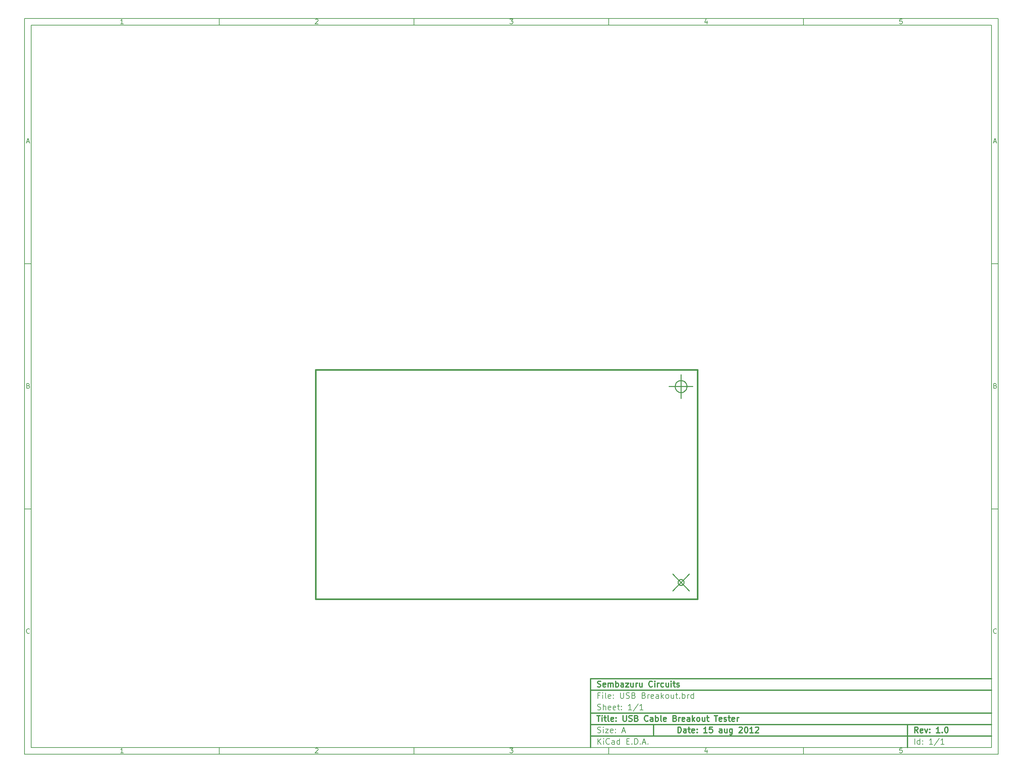
<source format=gbr>
G04 (created by PCBNEW-RS274X (2012-01-19 BZR 3256)-stable) date 15/08/2012 23:21:53*
G01*
G70*
G90*
%MOIN*%
G04 Gerber Fmt 3.4, Leading zero omitted, Abs format*
%FSLAX34Y34*%
G04 APERTURE LIST*
%ADD10C,0.006000*%
%ADD11C,0.012000*%
%ADD12C,0.010000*%
%ADD13C,0.015000*%
G04 APERTURE END LIST*
G54D10*
X-30500Y36750D02*
X71500Y36750D01*
X71500Y-40250D01*
X-30500Y-40250D01*
X-30500Y36750D01*
X-29800Y36050D02*
X70800Y36050D01*
X70800Y-39550D01*
X-29800Y-39550D01*
X-29800Y36050D01*
X-10100Y36750D02*
X-10100Y36050D01*
X-20157Y36198D02*
X-20443Y36198D01*
X-20300Y36198D02*
X-20300Y36698D01*
X-20348Y36626D01*
X-20395Y36579D01*
X-20443Y36555D01*
X-10100Y-40250D02*
X-10100Y-39550D01*
X-20157Y-40102D02*
X-20443Y-40102D01*
X-20300Y-40102D02*
X-20300Y-39602D01*
X-20348Y-39674D01*
X-20395Y-39721D01*
X-20443Y-39745D01*
X10300Y36750D02*
X10300Y36050D01*
X-00043Y36650D02*
X-00019Y36674D01*
X00029Y36698D01*
X00148Y36698D01*
X00195Y36674D01*
X00219Y36650D01*
X00243Y36602D01*
X00243Y36555D01*
X00219Y36483D01*
X-00067Y36198D01*
X00243Y36198D01*
X10300Y-40250D02*
X10300Y-39550D01*
X-00043Y-39650D02*
X-00019Y-39626D01*
X00029Y-39602D01*
X00148Y-39602D01*
X00195Y-39626D01*
X00219Y-39650D01*
X00243Y-39698D01*
X00243Y-39745D01*
X00219Y-39817D01*
X-00067Y-40102D01*
X00243Y-40102D01*
X30700Y36750D02*
X30700Y36050D01*
X20333Y36698D02*
X20643Y36698D01*
X20476Y36507D01*
X20548Y36507D01*
X20595Y36483D01*
X20619Y36460D01*
X20643Y36412D01*
X20643Y36293D01*
X20619Y36245D01*
X20595Y36221D01*
X20548Y36198D01*
X20405Y36198D01*
X20357Y36221D01*
X20333Y36245D01*
X30700Y-40250D02*
X30700Y-39550D01*
X20333Y-39602D02*
X20643Y-39602D01*
X20476Y-39793D01*
X20548Y-39793D01*
X20595Y-39817D01*
X20619Y-39840D01*
X20643Y-39888D01*
X20643Y-40007D01*
X20619Y-40055D01*
X20595Y-40079D01*
X20548Y-40102D01*
X20405Y-40102D01*
X20357Y-40079D01*
X20333Y-40055D01*
X51100Y36750D02*
X51100Y36050D01*
X40995Y36531D02*
X40995Y36198D01*
X40876Y36721D02*
X40757Y36364D01*
X41067Y36364D01*
X51100Y-40250D02*
X51100Y-39550D01*
X40995Y-39769D02*
X40995Y-40102D01*
X40876Y-39579D02*
X40757Y-39936D01*
X41067Y-39936D01*
X61419Y36698D02*
X61181Y36698D01*
X61157Y36460D01*
X61181Y36483D01*
X61229Y36507D01*
X61348Y36507D01*
X61395Y36483D01*
X61419Y36460D01*
X61443Y36412D01*
X61443Y36293D01*
X61419Y36245D01*
X61395Y36221D01*
X61348Y36198D01*
X61229Y36198D01*
X61181Y36221D01*
X61157Y36245D01*
X61419Y-39602D02*
X61181Y-39602D01*
X61157Y-39840D01*
X61181Y-39817D01*
X61229Y-39793D01*
X61348Y-39793D01*
X61395Y-39817D01*
X61419Y-39840D01*
X61443Y-39888D01*
X61443Y-40007D01*
X61419Y-40055D01*
X61395Y-40079D01*
X61348Y-40102D01*
X61229Y-40102D01*
X61181Y-40079D01*
X61157Y-40055D01*
X-30500Y11090D02*
X-29800Y11090D01*
X-30269Y23860D02*
X-30031Y23860D01*
X-30316Y23718D02*
X-30150Y24218D01*
X-29983Y23718D01*
X71500Y11090D02*
X70800Y11090D01*
X71031Y23860D02*
X71269Y23860D01*
X70984Y23718D02*
X71150Y24218D01*
X71317Y23718D01*
X-30500Y-14570D02*
X-29800Y-14570D01*
X-30114Y-01680D02*
X-30043Y-01704D01*
X-30019Y-01728D01*
X-29995Y-01776D01*
X-29995Y-01847D01*
X-30019Y-01895D01*
X-30043Y-01919D01*
X-30090Y-01942D01*
X-30281Y-01942D01*
X-30281Y-01442D01*
X-30114Y-01442D01*
X-30067Y-01466D01*
X-30043Y-01490D01*
X-30019Y-01538D01*
X-30019Y-01585D01*
X-30043Y-01633D01*
X-30067Y-01657D01*
X-30114Y-01680D01*
X-30281Y-01680D01*
X71500Y-14570D02*
X70800Y-14570D01*
X71186Y-01680D02*
X71257Y-01704D01*
X71281Y-01728D01*
X71305Y-01776D01*
X71305Y-01847D01*
X71281Y-01895D01*
X71257Y-01919D01*
X71210Y-01942D01*
X71019Y-01942D01*
X71019Y-01442D01*
X71186Y-01442D01*
X71233Y-01466D01*
X71257Y-01490D01*
X71281Y-01538D01*
X71281Y-01585D01*
X71257Y-01633D01*
X71233Y-01657D01*
X71186Y-01680D01*
X71019Y-01680D01*
X-29995Y-27555D02*
X-30019Y-27579D01*
X-30090Y-27602D01*
X-30138Y-27602D01*
X-30210Y-27579D01*
X-30257Y-27531D01*
X-30281Y-27483D01*
X-30305Y-27388D01*
X-30305Y-27317D01*
X-30281Y-27221D01*
X-30257Y-27174D01*
X-30210Y-27126D01*
X-30138Y-27102D01*
X-30090Y-27102D01*
X-30019Y-27126D01*
X-29995Y-27150D01*
X71305Y-27555D02*
X71281Y-27579D01*
X71210Y-27602D01*
X71162Y-27602D01*
X71090Y-27579D01*
X71043Y-27531D01*
X71019Y-27483D01*
X70995Y-27388D01*
X70995Y-27317D01*
X71019Y-27221D01*
X71043Y-27174D01*
X71090Y-27126D01*
X71162Y-27102D01*
X71210Y-27102D01*
X71281Y-27126D01*
X71305Y-27150D01*
G54D11*
X37943Y-37993D02*
X37943Y-37393D01*
X38086Y-37393D01*
X38171Y-37421D01*
X38229Y-37479D01*
X38257Y-37536D01*
X38286Y-37650D01*
X38286Y-37736D01*
X38257Y-37850D01*
X38229Y-37907D01*
X38171Y-37964D01*
X38086Y-37993D01*
X37943Y-37993D01*
X38800Y-37993D02*
X38800Y-37679D01*
X38771Y-37621D01*
X38714Y-37593D01*
X38600Y-37593D01*
X38543Y-37621D01*
X38800Y-37964D02*
X38743Y-37993D01*
X38600Y-37993D01*
X38543Y-37964D01*
X38514Y-37907D01*
X38514Y-37850D01*
X38543Y-37793D01*
X38600Y-37764D01*
X38743Y-37764D01*
X38800Y-37736D01*
X39000Y-37593D02*
X39229Y-37593D01*
X39086Y-37393D02*
X39086Y-37907D01*
X39114Y-37964D01*
X39172Y-37993D01*
X39229Y-37993D01*
X39657Y-37964D02*
X39600Y-37993D01*
X39486Y-37993D01*
X39429Y-37964D01*
X39400Y-37907D01*
X39400Y-37679D01*
X39429Y-37621D01*
X39486Y-37593D01*
X39600Y-37593D01*
X39657Y-37621D01*
X39686Y-37679D01*
X39686Y-37736D01*
X39400Y-37793D01*
X39943Y-37936D02*
X39971Y-37964D01*
X39943Y-37993D01*
X39914Y-37964D01*
X39943Y-37936D01*
X39943Y-37993D01*
X39943Y-37621D02*
X39971Y-37650D01*
X39943Y-37679D01*
X39914Y-37650D01*
X39943Y-37621D01*
X39943Y-37679D01*
X41000Y-37993D02*
X40657Y-37993D01*
X40829Y-37993D02*
X40829Y-37393D01*
X40772Y-37479D01*
X40714Y-37536D01*
X40657Y-37564D01*
X41543Y-37393D02*
X41257Y-37393D01*
X41228Y-37679D01*
X41257Y-37650D01*
X41314Y-37621D01*
X41457Y-37621D01*
X41514Y-37650D01*
X41543Y-37679D01*
X41571Y-37736D01*
X41571Y-37879D01*
X41543Y-37936D01*
X41514Y-37964D01*
X41457Y-37993D01*
X41314Y-37993D01*
X41257Y-37964D01*
X41228Y-37936D01*
X42542Y-37993D02*
X42542Y-37679D01*
X42513Y-37621D01*
X42456Y-37593D01*
X42342Y-37593D01*
X42285Y-37621D01*
X42542Y-37964D02*
X42485Y-37993D01*
X42342Y-37993D01*
X42285Y-37964D01*
X42256Y-37907D01*
X42256Y-37850D01*
X42285Y-37793D01*
X42342Y-37764D01*
X42485Y-37764D01*
X42542Y-37736D01*
X43085Y-37593D02*
X43085Y-37993D01*
X42828Y-37593D02*
X42828Y-37907D01*
X42856Y-37964D01*
X42914Y-37993D01*
X42999Y-37993D01*
X43056Y-37964D01*
X43085Y-37936D01*
X43628Y-37593D02*
X43628Y-38079D01*
X43599Y-38136D01*
X43571Y-38164D01*
X43514Y-38193D01*
X43428Y-38193D01*
X43371Y-38164D01*
X43628Y-37964D02*
X43571Y-37993D01*
X43457Y-37993D01*
X43399Y-37964D01*
X43371Y-37936D01*
X43342Y-37879D01*
X43342Y-37707D01*
X43371Y-37650D01*
X43399Y-37621D01*
X43457Y-37593D01*
X43571Y-37593D01*
X43628Y-37621D01*
X44342Y-37450D02*
X44371Y-37421D01*
X44428Y-37393D01*
X44571Y-37393D01*
X44628Y-37421D01*
X44657Y-37450D01*
X44685Y-37507D01*
X44685Y-37564D01*
X44657Y-37650D01*
X44314Y-37993D01*
X44685Y-37993D01*
X45056Y-37393D02*
X45113Y-37393D01*
X45170Y-37421D01*
X45199Y-37450D01*
X45228Y-37507D01*
X45256Y-37621D01*
X45256Y-37764D01*
X45228Y-37879D01*
X45199Y-37936D01*
X45170Y-37964D01*
X45113Y-37993D01*
X45056Y-37993D01*
X44999Y-37964D01*
X44970Y-37936D01*
X44942Y-37879D01*
X44913Y-37764D01*
X44913Y-37621D01*
X44942Y-37507D01*
X44970Y-37450D01*
X44999Y-37421D01*
X45056Y-37393D01*
X45827Y-37993D02*
X45484Y-37993D01*
X45656Y-37993D02*
X45656Y-37393D01*
X45599Y-37479D01*
X45541Y-37536D01*
X45484Y-37564D01*
X46055Y-37450D02*
X46084Y-37421D01*
X46141Y-37393D01*
X46284Y-37393D01*
X46341Y-37421D01*
X46370Y-37450D01*
X46398Y-37507D01*
X46398Y-37564D01*
X46370Y-37650D01*
X46027Y-37993D01*
X46398Y-37993D01*
G54D10*
X29543Y-39193D02*
X29543Y-38593D01*
X29886Y-39193D02*
X29629Y-38850D01*
X29886Y-38593D02*
X29543Y-38936D01*
X30143Y-39193D02*
X30143Y-38793D01*
X30143Y-38593D02*
X30114Y-38621D01*
X30143Y-38650D01*
X30171Y-38621D01*
X30143Y-38593D01*
X30143Y-38650D01*
X30772Y-39136D02*
X30743Y-39164D01*
X30657Y-39193D01*
X30600Y-39193D01*
X30515Y-39164D01*
X30457Y-39107D01*
X30429Y-39050D01*
X30400Y-38936D01*
X30400Y-38850D01*
X30429Y-38736D01*
X30457Y-38679D01*
X30515Y-38621D01*
X30600Y-38593D01*
X30657Y-38593D01*
X30743Y-38621D01*
X30772Y-38650D01*
X31286Y-39193D02*
X31286Y-38879D01*
X31257Y-38821D01*
X31200Y-38793D01*
X31086Y-38793D01*
X31029Y-38821D01*
X31286Y-39164D02*
X31229Y-39193D01*
X31086Y-39193D01*
X31029Y-39164D01*
X31000Y-39107D01*
X31000Y-39050D01*
X31029Y-38993D01*
X31086Y-38964D01*
X31229Y-38964D01*
X31286Y-38936D01*
X31829Y-39193D02*
X31829Y-38593D01*
X31829Y-39164D02*
X31772Y-39193D01*
X31658Y-39193D01*
X31600Y-39164D01*
X31572Y-39136D01*
X31543Y-39079D01*
X31543Y-38907D01*
X31572Y-38850D01*
X31600Y-38821D01*
X31658Y-38793D01*
X31772Y-38793D01*
X31829Y-38821D01*
X32572Y-38879D02*
X32772Y-38879D01*
X32858Y-39193D02*
X32572Y-39193D01*
X32572Y-38593D01*
X32858Y-38593D01*
X33115Y-39136D02*
X33143Y-39164D01*
X33115Y-39193D01*
X33086Y-39164D01*
X33115Y-39136D01*
X33115Y-39193D01*
X33401Y-39193D02*
X33401Y-38593D01*
X33544Y-38593D01*
X33629Y-38621D01*
X33687Y-38679D01*
X33715Y-38736D01*
X33744Y-38850D01*
X33744Y-38936D01*
X33715Y-39050D01*
X33687Y-39107D01*
X33629Y-39164D01*
X33544Y-39193D01*
X33401Y-39193D01*
X34001Y-39136D02*
X34029Y-39164D01*
X34001Y-39193D01*
X33972Y-39164D01*
X34001Y-39136D01*
X34001Y-39193D01*
X34258Y-39021D02*
X34544Y-39021D01*
X34201Y-39193D02*
X34401Y-38593D01*
X34601Y-39193D01*
X34801Y-39136D02*
X34829Y-39164D01*
X34801Y-39193D01*
X34772Y-39164D01*
X34801Y-39136D01*
X34801Y-39193D01*
G54D11*
X63086Y-37993D02*
X62886Y-37707D01*
X62743Y-37993D02*
X62743Y-37393D01*
X62971Y-37393D01*
X63029Y-37421D01*
X63057Y-37450D01*
X63086Y-37507D01*
X63086Y-37593D01*
X63057Y-37650D01*
X63029Y-37679D01*
X62971Y-37707D01*
X62743Y-37707D01*
X63571Y-37964D02*
X63514Y-37993D01*
X63400Y-37993D01*
X63343Y-37964D01*
X63314Y-37907D01*
X63314Y-37679D01*
X63343Y-37621D01*
X63400Y-37593D01*
X63514Y-37593D01*
X63571Y-37621D01*
X63600Y-37679D01*
X63600Y-37736D01*
X63314Y-37793D01*
X63800Y-37593D02*
X63943Y-37993D01*
X64085Y-37593D01*
X64314Y-37936D02*
X64342Y-37964D01*
X64314Y-37993D01*
X64285Y-37964D01*
X64314Y-37936D01*
X64314Y-37993D01*
X64314Y-37621D02*
X64342Y-37650D01*
X64314Y-37679D01*
X64285Y-37650D01*
X64314Y-37621D01*
X64314Y-37679D01*
X65371Y-37993D02*
X65028Y-37993D01*
X65200Y-37993D02*
X65200Y-37393D01*
X65143Y-37479D01*
X65085Y-37536D01*
X65028Y-37564D01*
X65628Y-37936D02*
X65656Y-37964D01*
X65628Y-37993D01*
X65599Y-37964D01*
X65628Y-37936D01*
X65628Y-37993D01*
X66028Y-37393D02*
X66085Y-37393D01*
X66142Y-37421D01*
X66171Y-37450D01*
X66200Y-37507D01*
X66228Y-37621D01*
X66228Y-37764D01*
X66200Y-37879D01*
X66171Y-37936D01*
X66142Y-37964D01*
X66085Y-37993D01*
X66028Y-37993D01*
X65971Y-37964D01*
X65942Y-37936D01*
X65914Y-37879D01*
X65885Y-37764D01*
X65885Y-37621D01*
X65914Y-37507D01*
X65942Y-37450D01*
X65971Y-37421D01*
X66028Y-37393D01*
G54D10*
X29514Y-37964D02*
X29600Y-37993D01*
X29743Y-37993D01*
X29800Y-37964D01*
X29829Y-37936D01*
X29857Y-37879D01*
X29857Y-37821D01*
X29829Y-37764D01*
X29800Y-37736D01*
X29743Y-37707D01*
X29629Y-37679D01*
X29571Y-37650D01*
X29543Y-37621D01*
X29514Y-37564D01*
X29514Y-37507D01*
X29543Y-37450D01*
X29571Y-37421D01*
X29629Y-37393D01*
X29771Y-37393D01*
X29857Y-37421D01*
X30114Y-37993D02*
X30114Y-37593D01*
X30114Y-37393D02*
X30085Y-37421D01*
X30114Y-37450D01*
X30142Y-37421D01*
X30114Y-37393D01*
X30114Y-37450D01*
X30343Y-37593D02*
X30657Y-37593D01*
X30343Y-37993D01*
X30657Y-37993D01*
X31114Y-37964D02*
X31057Y-37993D01*
X30943Y-37993D01*
X30886Y-37964D01*
X30857Y-37907D01*
X30857Y-37679D01*
X30886Y-37621D01*
X30943Y-37593D01*
X31057Y-37593D01*
X31114Y-37621D01*
X31143Y-37679D01*
X31143Y-37736D01*
X30857Y-37793D01*
X31400Y-37936D02*
X31428Y-37964D01*
X31400Y-37993D01*
X31371Y-37964D01*
X31400Y-37936D01*
X31400Y-37993D01*
X31400Y-37621D02*
X31428Y-37650D01*
X31400Y-37679D01*
X31371Y-37650D01*
X31400Y-37621D01*
X31400Y-37679D01*
X32114Y-37821D02*
X32400Y-37821D01*
X32057Y-37993D02*
X32257Y-37393D01*
X32457Y-37993D01*
X62743Y-39193D02*
X62743Y-38593D01*
X63286Y-39193D02*
X63286Y-38593D01*
X63286Y-39164D02*
X63229Y-39193D01*
X63115Y-39193D01*
X63057Y-39164D01*
X63029Y-39136D01*
X63000Y-39079D01*
X63000Y-38907D01*
X63029Y-38850D01*
X63057Y-38821D01*
X63115Y-38793D01*
X63229Y-38793D01*
X63286Y-38821D01*
X63572Y-39136D02*
X63600Y-39164D01*
X63572Y-39193D01*
X63543Y-39164D01*
X63572Y-39136D01*
X63572Y-39193D01*
X63572Y-38821D02*
X63600Y-38850D01*
X63572Y-38879D01*
X63543Y-38850D01*
X63572Y-38821D01*
X63572Y-38879D01*
X64629Y-39193D02*
X64286Y-39193D01*
X64458Y-39193D02*
X64458Y-38593D01*
X64401Y-38679D01*
X64343Y-38736D01*
X64286Y-38764D01*
X65314Y-38564D02*
X64800Y-39336D01*
X65829Y-39193D02*
X65486Y-39193D01*
X65658Y-39193D02*
X65658Y-38593D01*
X65601Y-38679D01*
X65543Y-38736D01*
X65486Y-38764D01*
G54D11*
X29457Y-36193D02*
X29800Y-36193D01*
X29629Y-36793D02*
X29629Y-36193D01*
X30000Y-36793D02*
X30000Y-36393D01*
X30000Y-36193D02*
X29971Y-36221D01*
X30000Y-36250D01*
X30028Y-36221D01*
X30000Y-36193D01*
X30000Y-36250D01*
X30200Y-36393D02*
X30429Y-36393D01*
X30286Y-36193D02*
X30286Y-36707D01*
X30314Y-36764D01*
X30372Y-36793D01*
X30429Y-36793D01*
X30715Y-36793D02*
X30657Y-36764D01*
X30629Y-36707D01*
X30629Y-36193D01*
X31171Y-36764D02*
X31114Y-36793D01*
X31000Y-36793D01*
X30943Y-36764D01*
X30914Y-36707D01*
X30914Y-36479D01*
X30943Y-36421D01*
X31000Y-36393D01*
X31114Y-36393D01*
X31171Y-36421D01*
X31200Y-36479D01*
X31200Y-36536D01*
X30914Y-36593D01*
X31457Y-36736D02*
X31485Y-36764D01*
X31457Y-36793D01*
X31428Y-36764D01*
X31457Y-36736D01*
X31457Y-36793D01*
X31457Y-36421D02*
X31485Y-36450D01*
X31457Y-36479D01*
X31428Y-36450D01*
X31457Y-36421D01*
X31457Y-36479D01*
X32200Y-36193D02*
X32200Y-36679D01*
X32228Y-36736D01*
X32257Y-36764D01*
X32314Y-36793D01*
X32428Y-36793D01*
X32486Y-36764D01*
X32514Y-36736D01*
X32543Y-36679D01*
X32543Y-36193D01*
X32800Y-36764D02*
X32886Y-36793D01*
X33029Y-36793D01*
X33086Y-36764D01*
X33115Y-36736D01*
X33143Y-36679D01*
X33143Y-36621D01*
X33115Y-36564D01*
X33086Y-36536D01*
X33029Y-36507D01*
X32915Y-36479D01*
X32857Y-36450D01*
X32829Y-36421D01*
X32800Y-36364D01*
X32800Y-36307D01*
X32829Y-36250D01*
X32857Y-36221D01*
X32915Y-36193D01*
X33057Y-36193D01*
X33143Y-36221D01*
X33600Y-36479D02*
X33686Y-36507D01*
X33714Y-36536D01*
X33743Y-36593D01*
X33743Y-36679D01*
X33714Y-36736D01*
X33686Y-36764D01*
X33628Y-36793D01*
X33400Y-36793D01*
X33400Y-36193D01*
X33600Y-36193D01*
X33657Y-36221D01*
X33686Y-36250D01*
X33714Y-36307D01*
X33714Y-36364D01*
X33686Y-36421D01*
X33657Y-36450D01*
X33600Y-36479D01*
X33400Y-36479D01*
X34800Y-36736D02*
X34771Y-36764D01*
X34685Y-36793D01*
X34628Y-36793D01*
X34543Y-36764D01*
X34485Y-36707D01*
X34457Y-36650D01*
X34428Y-36536D01*
X34428Y-36450D01*
X34457Y-36336D01*
X34485Y-36279D01*
X34543Y-36221D01*
X34628Y-36193D01*
X34685Y-36193D01*
X34771Y-36221D01*
X34800Y-36250D01*
X35314Y-36793D02*
X35314Y-36479D01*
X35285Y-36421D01*
X35228Y-36393D01*
X35114Y-36393D01*
X35057Y-36421D01*
X35314Y-36764D02*
X35257Y-36793D01*
X35114Y-36793D01*
X35057Y-36764D01*
X35028Y-36707D01*
X35028Y-36650D01*
X35057Y-36593D01*
X35114Y-36564D01*
X35257Y-36564D01*
X35314Y-36536D01*
X35600Y-36793D02*
X35600Y-36193D01*
X35600Y-36421D02*
X35657Y-36393D01*
X35771Y-36393D01*
X35828Y-36421D01*
X35857Y-36450D01*
X35886Y-36507D01*
X35886Y-36679D01*
X35857Y-36736D01*
X35828Y-36764D01*
X35771Y-36793D01*
X35657Y-36793D01*
X35600Y-36764D01*
X36229Y-36793D02*
X36171Y-36764D01*
X36143Y-36707D01*
X36143Y-36193D01*
X36685Y-36764D02*
X36628Y-36793D01*
X36514Y-36793D01*
X36457Y-36764D01*
X36428Y-36707D01*
X36428Y-36479D01*
X36457Y-36421D01*
X36514Y-36393D01*
X36628Y-36393D01*
X36685Y-36421D01*
X36714Y-36479D01*
X36714Y-36536D01*
X36428Y-36593D01*
X37628Y-36479D02*
X37714Y-36507D01*
X37742Y-36536D01*
X37771Y-36593D01*
X37771Y-36679D01*
X37742Y-36736D01*
X37714Y-36764D01*
X37656Y-36793D01*
X37428Y-36793D01*
X37428Y-36193D01*
X37628Y-36193D01*
X37685Y-36221D01*
X37714Y-36250D01*
X37742Y-36307D01*
X37742Y-36364D01*
X37714Y-36421D01*
X37685Y-36450D01*
X37628Y-36479D01*
X37428Y-36479D01*
X38028Y-36793D02*
X38028Y-36393D01*
X38028Y-36507D02*
X38056Y-36450D01*
X38085Y-36421D01*
X38142Y-36393D01*
X38199Y-36393D01*
X38627Y-36764D02*
X38570Y-36793D01*
X38456Y-36793D01*
X38399Y-36764D01*
X38370Y-36707D01*
X38370Y-36479D01*
X38399Y-36421D01*
X38456Y-36393D01*
X38570Y-36393D01*
X38627Y-36421D01*
X38656Y-36479D01*
X38656Y-36536D01*
X38370Y-36593D01*
X39170Y-36793D02*
X39170Y-36479D01*
X39141Y-36421D01*
X39084Y-36393D01*
X38970Y-36393D01*
X38913Y-36421D01*
X39170Y-36764D02*
X39113Y-36793D01*
X38970Y-36793D01*
X38913Y-36764D01*
X38884Y-36707D01*
X38884Y-36650D01*
X38913Y-36593D01*
X38970Y-36564D01*
X39113Y-36564D01*
X39170Y-36536D01*
X39456Y-36793D02*
X39456Y-36193D01*
X39513Y-36564D02*
X39684Y-36793D01*
X39684Y-36393D02*
X39456Y-36621D01*
X40028Y-36793D02*
X39970Y-36764D01*
X39942Y-36736D01*
X39913Y-36679D01*
X39913Y-36507D01*
X39942Y-36450D01*
X39970Y-36421D01*
X40028Y-36393D01*
X40113Y-36393D01*
X40170Y-36421D01*
X40199Y-36450D01*
X40228Y-36507D01*
X40228Y-36679D01*
X40199Y-36736D01*
X40170Y-36764D01*
X40113Y-36793D01*
X40028Y-36793D01*
X40742Y-36393D02*
X40742Y-36793D01*
X40485Y-36393D02*
X40485Y-36707D01*
X40513Y-36764D01*
X40571Y-36793D01*
X40656Y-36793D01*
X40713Y-36764D01*
X40742Y-36736D01*
X40942Y-36393D02*
X41171Y-36393D01*
X41028Y-36193D02*
X41028Y-36707D01*
X41056Y-36764D01*
X41114Y-36793D01*
X41171Y-36793D01*
X41742Y-36193D02*
X42085Y-36193D01*
X41914Y-36793D02*
X41914Y-36193D01*
X42513Y-36764D02*
X42456Y-36793D01*
X42342Y-36793D01*
X42285Y-36764D01*
X42256Y-36707D01*
X42256Y-36479D01*
X42285Y-36421D01*
X42342Y-36393D01*
X42456Y-36393D01*
X42513Y-36421D01*
X42542Y-36479D01*
X42542Y-36536D01*
X42256Y-36593D01*
X42770Y-36764D02*
X42827Y-36793D01*
X42942Y-36793D01*
X42999Y-36764D01*
X43027Y-36707D01*
X43027Y-36679D01*
X42999Y-36621D01*
X42942Y-36593D01*
X42856Y-36593D01*
X42799Y-36564D01*
X42770Y-36507D01*
X42770Y-36479D01*
X42799Y-36421D01*
X42856Y-36393D01*
X42942Y-36393D01*
X42999Y-36421D01*
X43199Y-36393D02*
X43428Y-36393D01*
X43285Y-36193D02*
X43285Y-36707D01*
X43313Y-36764D01*
X43371Y-36793D01*
X43428Y-36793D01*
X43856Y-36764D02*
X43799Y-36793D01*
X43685Y-36793D01*
X43628Y-36764D01*
X43599Y-36707D01*
X43599Y-36479D01*
X43628Y-36421D01*
X43685Y-36393D01*
X43799Y-36393D01*
X43856Y-36421D01*
X43885Y-36479D01*
X43885Y-36536D01*
X43599Y-36593D01*
X44142Y-36793D02*
X44142Y-36393D01*
X44142Y-36507D02*
X44170Y-36450D01*
X44199Y-36421D01*
X44256Y-36393D01*
X44313Y-36393D01*
G54D10*
X29743Y-34079D02*
X29543Y-34079D01*
X29543Y-34393D02*
X29543Y-33793D01*
X29829Y-33793D01*
X30057Y-34393D02*
X30057Y-33993D01*
X30057Y-33793D02*
X30028Y-33821D01*
X30057Y-33850D01*
X30085Y-33821D01*
X30057Y-33793D01*
X30057Y-33850D01*
X30429Y-34393D02*
X30371Y-34364D01*
X30343Y-34307D01*
X30343Y-33793D01*
X30885Y-34364D02*
X30828Y-34393D01*
X30714Y-34393D01*
X30657Y-34364D01*
X30628Y-34307D01*
X30628Y-34079D01*
X30657Y-34021D01*
X30714Y-33993D01*
X30828Y-33993D01*
X30885Y-34021D01*
X30914Y-34079D01*
X30914Y-34136D01*
X30628Y-34193D01*
X31171Y-34336D02*
X31199Y-34364D01*
X31171Y-34393D01*
X31142Y-34364D01*
X31171Y-34336D01*
X31171Y-34393D01*
X31171Y-34021D02*
X31199Y-34050D01*
X31171Y-34079D01*
X31142Y-34050D01*
X31171Y-34021D01*
X31171Y-34079D01*
X31914Y-33793D02*
X31914Y-34279D01*
X31942Y-34336D01*
X31971Y-34364D01*
X32028Y-34393D01*
X32142Y-34393D01*
X32200Y-34364D01*
X32228Y-34336D01*
X32257Y-34279D01*
X32257Y-33793D01*
X32514Y-34364D02*
X32600Y-34393D01*
X32743Y-34393D01*
X32800Y-34364D01*
X32829Y-34336D01*
X32857Y-34279D01*
X32857Y-34221D01*
X32829Y-34164D01*
X32800Y-34136D01*
X32743Y-34107D01*
X32629Y-34079D01*
X32571Y-34050D01*
X32543Y-34021D01*
X32514Y-33964D01*
X32514Y-33907D01*
X32543Y-33850D01*
X32571Y-33821D01*
X32629Y-33793D01*
X32771Y-33793D01*
X32857Y-33821D01*
X33314Y-34079D02*
X33400Y-34107D01*
X33428Y-34136D01*
X33457Y-34193D01*
X33457Y-34279D01*
X33428Y-34336D01*
X33400Y-34364D01*
X33342Y-34393D01*
X33114Y-34393D01*
X33114Y-33793D01*
X33314Y-33793D01*
X33371Y-33821D01*
X33400Y-33850D01*
X33428Y-33907D01*
X33428Y-33964D01*
X33400Y-34021D01*
X33371Y-34050D01*
X33314Y-34079D01*
X33114Y-34079D01*
X34371Y-34079D02*
X34457Y-34107D01*
X34485Y-34136D01*
X34514Y-34193D01*
X34514Y-34279D01*
X34485Y-34336D01*
X34457Y-34364D01*
X34399Y-34393D01*
X34171Y-34393D01*
X34171Y-33793D01*
X34371Y-33793D01*
X34428Y-33821D01*
X34457Y-33850D01*
X34485Y-33907D01*
X34485Y-33964D01*
X34457Y-34021D01*
X34428Y-34050D01*
X34371Y-34079D01*
X34171Y-34079D01*
X34771Y-34393D02*
X34771Y-33993D01*
X34771Y-34107D02*
X34799Y-34050D01*
X34828Y-34021D01*
X34885Y-33993D01*
X34942Y-33993D01*
X35370Y-34364D02*
X35313Y-34393D01*
X35199Y-34393D01*
X35142Y-34364D01*
X35113Y-34307D01*
X35113Y-34079D01*
X35142Y-34021D01*
X35199Y-33993D01*
X35313Y-33993D01*
X35370Y-34021D01*
X35399Y-34079D01*
X35399Y-34136D01*
X35113Y-34193D01*
X35913Y-34393D02*
X35913Y-34079D01*
X35884Y-34021D01*
X35827Y-33993D01*
X35713Y-33993D01*
X35656Y-34021D01*
X35913Y-34364D02*
X35856Y-34393D01*
X35713Y-34393D01*
X35656Y-34364D01*
X35627Y-34307D01*
X35627Y-34250D01*
X35656Y-34193D01*
X35713Y-34164D01*
X35856Y-34164D01*
X35913Y-34136D01*
X36199Y-34393D02*
X36199Y-33793D01*
X36256Y-34164D02*
X36427Y-34393D01*
X36427Y-33993D02*
X36199Y-34221D01*
X36771Y-34393D02*
X36713Y-34364D01*
X36685Y-34336D01*
X36656Y-34279D01*
X36656Y-34107D01*
X36685Y-34050D01*
X36713Y-34021D01*
X36771Y-33993D01*
X36856Y-33993D01*
X36913Y-34021D01*
X36942Y-34050D01*
X36971Y-34107D01*
X36971Y-34279D01*
X36942Y-34336D01*
X36913Y-34364D01*
X36856Y-34393D01*
X36771Y-34393D01*
X37485Y-33993D02*
X37485Y-34393D01*
X37228Y-33993D02*
X37228Y-34307D01*
X37256Y-34364D01*
X37314Y-34393D01*
X37399Y-34393D01*
X37456Y-34364D01*
X37485Y-34336D01*
X37685Y-33993D02*
X37914Y-33993D01*
X37771Y-33793D02*
X37771Y-34307D01*
X37799Y-34364D01*
X37857Y-34393D01*
X37914Y-34393D01*
X38114Y-34336D02*
X38142Y-34364D01*
X38114Y-34393D01*
X38085Y-34364D01*
X38114Y-34336D01*
X38114Y-34393D01*
X38400Y-34393D02*
X38400Y-33793D01*
X38400Y-34021D02*
X38457Y-33993D01*
X38571Y-33993D01*
X38628Y-34021D01*
X38657Y-34050D01*
X38686Y-34107D01*
X38686Y-34279D01*
X38657Y-34336D01*
X38628Y-34364D01*
X38571Y-34393D01*
X38457Y-34393D01*
X38400Y-34364D01*
X38943Y-34393D02*
X38943Y-33993D01*
X38943Y-34107D02*
X38971Y-34050D01*
X39000Y-34021D01*
X39057Y-33993D01*
X39114Y-33993D01*
X39571Y-34393D02*
X39571Y-33793D01*
X39571Y-34364D02*
X39514Y-34393D01*
X39400Y-34393D01*
X39342Y-34364D01*
X39314Y-34336D01*
X39285Y-34279D01*
X39285Y-34107D01*
X39314Y-34050D01*
X39342Y-34021D01*
X39400Y-33993D01*
X39514Y-33993D01*
X39571Y-34021D01*
X29514Y-35564D02*
X29600Y-35593D01*
X29743Y-35593D01*
X29800Y-35564D01*
X29829Y-35536D01*
X29857Y-35479D01*
X29857Y-35421D01*
X29829Y-35364D01*
X29800Y-35336D01*
X29743Y-35307D01*
X29629Y-35279D01*
X29571Y-35250D01*
X29543Y-35221D01*
X29514Y-35164D01*
X29514Y-35107D01*
X29543Y-35050D01*
X29571Y-35021D01*
X29629Y-34993D01*
X29771Y-34993D01*
X29857Y-35021D01*
X30114Y-35593D02*
X30114Y-34993D01*
X30371Y-35593D02*
X30371Y-35279D01*
X30342Y-35221D01*
X30285Y-35193D01*
X30200Y-35193D01*
X30142Y-35221D01*
X30114Y-35250D01*
X30885Y-35564D02*
X30828Y-35593D01*
X30714Y-35593D01*
X30657Y-35564D01*
X30628Y-35507D01*
X30628Y-35279D01*
X30657Y-35221D01*
X30714Y-35193D01*
X30828Y-35193D01*
X30885Y-35221D01*
X30914Y-35279D01*
X30914Y-35336D01*
X30628Y-35393D01*
X31399Y-35564D02*
X31342Y-35593D01*
X31228Y-35593D01*
X31171Y-35564D01*
X31142Y-35507D01*
X31142Y-35279D01*
X31171Y-35221D01*
X31228Y-35193D01*
X31342Y-35193D01*
X31399Y-35221D01*
X31428Y-35279D01*
X31428Y-35336D01*
X31142Y-35393D01*
X31599Y-35193D02*
X31828Y-35193D01*
X31685Y-34993D02*
X31685Y-35507D01*
X31713Y-35564D01*
X31771Y-35593D01*
X31828Y-35593D01*
X32028Y-35536D02*
X32056Y-35564D01*
X32028Y-35593D01*
X31999Y-35564D01*
X32028Y-35536D01*
X32028Y-35593D01*
X32028Y-35221D02*
X32056Y-35250D01*
X32028Y-35279D01*
X31999Y-35250D01*
X32028Y-35221D01*
X32028Y-35279D01*
X33085Y-35593D02*
X32742Y-35593D01*
X32914Y-35593D02*
X32914Y-34993D01*
X32857Y-35079D01*
X32799Y-35136D01*
X32742Y-35164D01*
X33770Y-34964D02*
X33256Y-35736D01*
X34285Y-35593D02*
X33942Y-35593D01*
X34114Y-35593D02*
X34114Y-34993D01*
X34057Y-35079D01*
X33999Y-35136D01*
X33942Y-35164D01*
G54D11*
X29514Y-33164D02*
X29600Y-33193D01*
X29743Y-33193D01*
X29800Y-33164D01*
X29829Y-33136D01*
X29857Y-33079D01*
X29857Y-33021D01*
X29829Y-32964D01*
X29800Y-32936D01*
X29743Y-32907D01*
X29629Y-32879D01*
X29571Y-32850D01*
X29543Y-32821D01*
X29514Y-32764D01*
X29514Y-32707D01*
X29543Y-32650D01*
X29571Y-32621D01*
X29629Y-32593D01*
X29771Y-32593D01*
X29857Y-32621D01*
X30342Y-33164D02*
X30285Y-33193D01*
X30171Y-33193D01*
X30114Y-33164D01*
X30085Y-33107D01*
X30085Y-32879D01*
X30114Y-32821D01*
X30171Y-32793D01*
X30285Y-32793D01*
X30342Y-32821D01*
X30371Y-32879D01*
X30371Y-32936D01*
X30085Y-32993D01*
X30628Y-33193D02*
X30628Y-32793D01*
X30628Y-32850D02*
X30656Y-32821D01*
X30714Y-32793D01*
X30799Y-32793D01*
X30856Y-32821D01*
X30885Y-32879D01*
X30885Y-33193D01*
X30885Y-32879D02*
X30914Y-32821D01*
X30971Y-32793D01*
X31056Y-32793D01*
X31114Y-32821D01*
X31142Y-32879D01*
X31142Y-33193D01*
X31428Y-33193D02*
X31428Y-32593D01*
X31428Y-32821D02*
X31485Y-32793D01*
X31599Y-32793D01*
X31656Y-32821D01*
X31685Y-32850D01*
X31714Y-32907D01*
X31714Y-33079D01*
X31685Y-33136D01*
X31656Y-33164D01*
X31599Y-33193D01*
X31485Y-33193D01*
X31428Y-33164D01*
X32228Y-33193D02*
X32228Y-32879D01*
X32199Y-32821D01*
X32142Y-32793D01*
X32028Y-32793D01*
X31971Y-32821D01*
X32228Y-33164D02*
X32171Y-33193D01*
X32028Y-33193D01*
X31971Y-33164D01*
X31942Y-33107D01*
X31942Y-33050D01*
X31971Y-32993D01*
X32028Y-32964D01*
X32171Y-32964D01*
X32228Y-32936D01*
X32457Y-32793D02*
X32771Y-32793D01*
X32457Y-33193D01*
X32771Y-33193D01*
X33257Y-32793D02*
X33257Y-33193D01*
X33000Y-32793D02*
X33000Y-33107D01*
X33028Y-33164D01*
X33086Y-33193D01*
X33171Y-33193D01*
X33228Y-33164D01*
X33257Y-33136D01*
X33543Y-33193D02*
X33543Y-32793D01*
X33543Y-32907D02*
X33571Y-32850D01*
X33600Y-32821D01*
X33657Y-32793D01*
X33714Y-32793D01*
X34171Y-32793D02*
X34171Y-33193D01*
X33914Y-32793D02*
X33914Y-33107D01*
X33942Y-33164D01*
X34000Y-33193D01*
X34085Y-33193D01*
X34142Y-33164D01*
X34171Y-33136D01*
X35257Y-33136D02*
X35228Y-33164D01*
X35142Y-33193D01*
X35085Y-33193D01*
X35000Y-33164D01*
X34942Y-33107D01*
X34914Y-33050D01*
X34885Y-32936D01*
X34885Y-32850D01*
X34914Y-32736D01*
X34942Y-32679D01*
X35000Y-32621D01*
X35085Y-32593D01*
X35142Y-32593D01*
X35228Y-32621D01*
X35257Y-32650D01*
X35514Y-33193D02*
X35514Y-32793D01*
X35514Y-32593D02*
X35485Y-32621D01*
X35514Y-32650D01*
X35542Y-32621D01*
X35514Y-32593D01*
X35514Y-32650D01*
X35800Y-33193D02*
X35800Y-32793D01*
X35800Y-32907D02*
X35828Y-32850D01*
X35857Y-32821D01*
X35914Y-32793D01*
X35971Y-32793D01*
X36428Y-33164D02*
X36371Y-33193D01*
X36257Y-33193D01*
X36199Y-33164D01*
X36171Y-33136D01*
X36142Y-33079D01*
X36142Y-32907D01*
X36171Y-32850D01*
X36199Y-32821D01*
X36257Y-32793D01*
X36371Y-32793D01*
X36428Y-32821D01*
X36942Y-32793D02*
X36942Y-33193D01*
X36685Y-32793D02*
X36685Y-33107D01*
X36713Y-33164D01*
X36771Y-33193D01*
X36856Y-33193D01*
X36913Y-33164D01*
X36942Y-33136D01*
X37228Y-33193D02*
X37228Y-32793D01*
X37228Y-32593D02*
X37199Y-32621D01*
X37228Y-32650D01*
X37256Y-32621D01*
X37228Y-32593D01*
X37228Y-32650D01*
X37428Y-32793D02*
X37657Y-32793D01*
X37514Y-32593D02*
X37514Y-33107D01*
X37542Y-33164D01*
X37600Y-33193D01*
X37657Y-33193D01*
X37828Y-33164D02*
X37885Y-33193D01*
X38000Y-33193D01*
X38057Y-33164D01*
X38085Y-33107D01*
X38085Y-33079D01*
X38057Y-33021D01*
X38000Y-32993D01*
X37914Y-32993D01*
X37857Y-32964D01*
X37828Y-32907D01*
X37828Y-32879D01*
X37857Y-32821D01*
X37914Y-32793D01*
X38000Y-32793D01*
X38057Y-32821D01*
X28800Y-32350D02*
X28800Y-39550D01*
X28800Y-33550D02*
X70800Y-33550D01*
X28800Y-32350D02*
X70800Y-32350D01*
X28800Y-35950D02*
X70800Y-35950D01*
X62000Y-37150D02*
X62000Y-39550D01*
X28800Y-38350D02*
X70800Y-38350D01*
X28800Y-37150D02*
X70800Y-37150D01*
X35400Y-37150D02*
X35400Y-38350D01*
G54D12*
X38562Y-22250D02*
X38556Y-22310D01*
X38538Y-22368D01*
X38509Y-22422D01*
X38471Y-22469D01*
X38424Y-22508D01*
X38370Y-22537D01*
X38312Y-22555D01*
X38252Y-22561D01*
X38192Y-22556D01*
X38134Y-22539D01*
X38080Y-22511D01*
X38032Y-22472D01*
X37993Y-22426D01*
X37964Y-22372D01*
X37945Y-22314D01*
X37939Y-22254D01*
X37944Y-22194D01*
X37960Y-22136D01*
X37988Y-22081D01*
X38026Y-22034D01*
X38072Y-21994D01*
X38126Y-21965D01*
X38184Y-21946D01*
X38244Y-21939D01*
X38304Y-21943D01*
X38362Y-21960D01*
X38417Y-21987D01*
X38465Y-22025D01*
X38504Y-22071D01*
X38535Y-22124D01*
X38554Y-22181D01*
X38561Y-22242D01*
X38562Y-22250D01*
X37375Y-21375D02*
X39125Y-23125D01*
X37375Y-23125D02*
X39125Y-21375D01*
X38875Y-01750D02*
X38863Y-01871D01*
X38827Y-01988D01*
X38770Y-02095D01*
X38693Y-02190D01*
X38599Y-02268D01*
X38492Y-02326D01*
X38375Y-02362D01*
X38254Y-02374D01*
X38133Y-02363D01*
X38016Y-02329D01*
X37908Y-02272D01*
X37813Y-02196D01*
X37735Y-02103D01*
X37676Y-01996D01*
X37639Y-01879D01*
X37626Y-01758D01*
X37636Y-01638D01*
X37669Y-01520D01*
X37725Y-01412D01*
X37801Y-01316D01*
X37894Y-01237D01*
X38000Y-01178D01*
X38116Y-01140D01*
X38237Y-01126D01*
X38358Y-01135D01*
X38476Y-01168D01*
X38584Y-01223D01*
X38681Y-01298D01*
X38760Y-01390D01*
X38820Y-01496D01*
X38859Y-01612D01*
X38874Y-01733D01*
X38875Y-01750D01*
X37000Y-01750D02*
X39500Y-01750D01*
X38250Y-00500D02*
X38250Y-03000D01*
G54D13*
X40000Y-24000D02*
X00000Y-24000D01*
X00000Y00000D02*
X40000Y00000D01*
X00000Y-24000D02*
X00000Y00000D01*
X40000Y00000D02*
X40000Y-24000D01*
M02*

</source>
